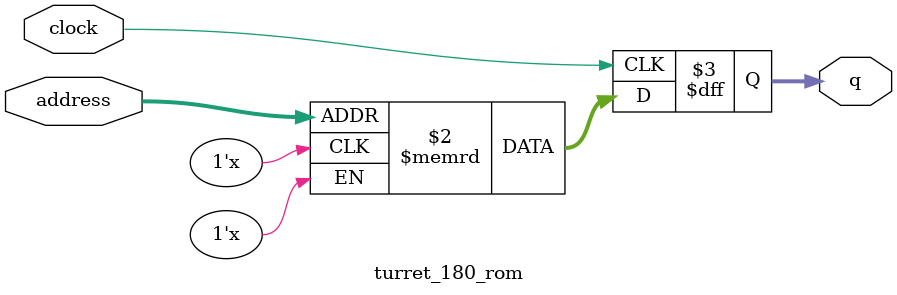
<source format=sv>
module turret_180_rom (
	input logic clock,
	input logic [10:0] address,
	output logic [2:0] q
);

logic [2:0] memory [0:1199] /* synthesis ram_init_file = "./turret_180/turret_180.mif" */;

always_ff @ (posedge clock) begin
	q <= memory[address];
end

endmodule

</source>
